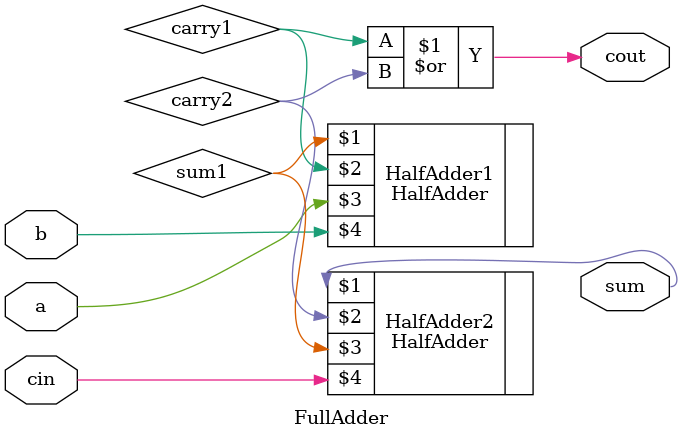
<source format=v>
/* módulo FullAdder */

`ifndef _FullAdder_
`define _FullAdder_
`include "HalfAdder.v"

module FullAdder(sum, cout, a, b, cin);
    input a, b, cin;
    output cout, sum ;
    wire sum1,carry1, sum2, carry2;

    // Descrição de conexões internas do módulo

    HalfAdder HalfAdder1(sum1, carry1, a, b);
    HalfAdder HalfAdder2(sum, carry2, sum1, cin);
    or or1(cout, carry1, carry2);

endmodule

`endif
</source>
